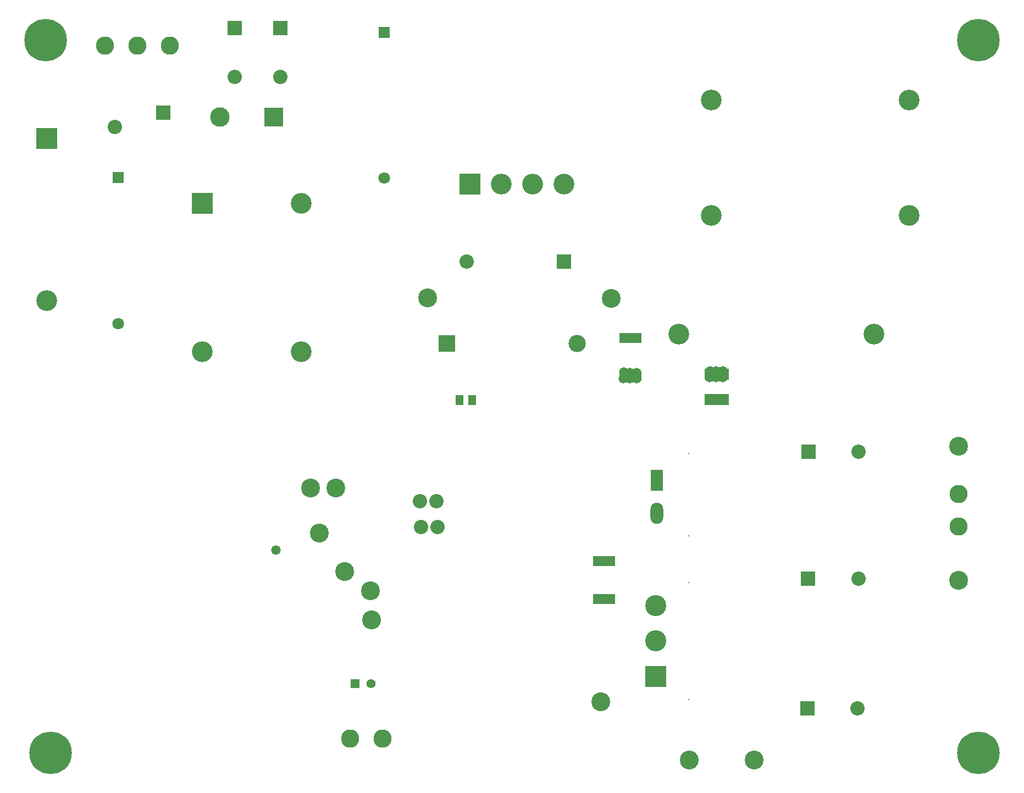
<source format=gts>
G04 Layer_Color=8388736*
%FSLAX24Y24*%
%MOIN*%
G70*
G01*
G75*
%ADD95R,0.1379X0.0612*%
%ADD96R,0.0474X0.0631*%
%ADD97R,0.1458X0.0710*%
%ADD98C,0.2580*%
%ADD99R,0.1045X0.1045*%
%ADD100C,0.1045*%
%ADD101R,0.1261X0.1261*%
%ADD102C,0.1261*%
%ADD103C,0.1143*%
%ADD104C,0.0867*%
%ADD105R,0.0867X0.0867*%
%ADD106C,0.1182*%
%ADD107R,0.1182X0.1182*%
%ADD108C,0.1277*%
%ADD109R,0.1277X0.1277*%
%ADD110C,0.0080*%
%ADD111R,0.0777X0.1280*%
%ADD112O,0.0777X0.1280*%
%ADD113C,0.1104*%
%ADD114R,0.0552X0.0552*%
%ADD115C,0.0552*%
%ADD116R,0.0867X0.0867*%
%ADD117R,0.0710X0.0710*%
%ADD118C,0.0710*%
%ADD119R,0.1261X0.1261*%
%ADD120C,0.0580*%
D95*
X67700Y58761D02*
D03*
Y56458D02*
D03*
X66104Y42939D02*
D03*
Y45243D02*
D03*
D96*
X58080Y55011D02*
D03*
X57332D02*
D03*
D97*
X72930Y55016D02*
D03*
Y56551D02*
D03*
D98*
X32531Y33600D02*
D03*
X88800D02*
D03*
X32232Y76822D02*
D03*
X88800Y76822D02*
D03*
D99*
X56575Y58425D02*
D03*
D100*
X64449D02*
D03*
D101*
X41732Y66929D02*
D03*
X32283Y70866D02*
D03*
D102*
X47732Y66929D02*
D03*
Y57929D02*
D03*
X41732D02*
D03*
X70642Y58993D02*
D03*
X82453D02*
D03*
X32283Y61024D02*
D03*
X63677Y68110D02*
D03*
X59874D02*
D03*
X61776D02*
D03*
X72591Y73190D02*
D03*
X84591D02*
D03*
Y66182D02*
D03*
X72591D02*
D03*
D103*
X49831Y49674D02*
D03*
X87609Y52204D02*
D03*
X48308Y49674D02*
D03*
X71260Y33169D02*
D03*
X75197D02*
D03*
X65901Y36709D02*
D03*
X50351Y44582D02*
D03*
X51937Y43432D02*
D03*
X51988Y41652D02*
D03*
X66534Y61161D02*
D03*
X55412Y61211D02*
D03*
X87609Y44075D02*
D03*
X48840Y46946D02*
D03*
D104*
X36417Y71575D02*
D03*
X55980Y47293D02*
D03*
X54980D02*
D03*
X55944Y48856D02*
D03*
X54944D02*
D03*
X81473Y36287D02*
D03*
X81520Y44162D02*
D03*
X81544Y51872D02*
D03*
X46457Y74606D02*
D03*
X43701D02*
D03*
X57756Y63386D02*
D03*
D105*
X39370Y72441D02*
D03*
X78422Y36287D02*
D03*
X78469Y44162D02*
D03*
X78492Y51872D02*
D03*
X63661Y63386D02*
D03*
D106*
X42783Y72157D02*
D03*
D107*
X46063D02*
D03*
D108*
X69223Y42521D02*
D03*
Y40383D02*
D03*
D109*
Y38245D02*
D03*
D110*
X71221Y51777D02*
D03*
Y46777D02*
D03*
Y43942D02*
D03*
Y36816D02*
D03*
D111*
X69300Y50130D02*
D03*
D112*
Y48130D02*
D03*
D113*
X87589Y49285D02*
D03*
Y47316D02*
D03*
X52657Y34449D02*
D03*
X50689D02*
D03*
X39764Y76487D02*
D03*
X37795D02*
D03*
X35827D02*
D03*
D114*
X50984Y37795D02*
D03*
D115*
X51968D02*
D03*
D116*
X46457Y77559D02*
D03*
X43701D02*
D03*
D117*
X36614Y68504D02*
D03*
X52756Y77309D02*
D03*
D118*
X36614Y59646D02*
D03*
X52756Y68451D02*
D03*
D119*
X57972Y68110D02*
D03*
D120*
X46206Y45882D02*
D03*
X68079Y56285D02*
D03*
Y56660D02*
D03*
X67659Y56285D02*
D03*
X67278D02*
D03*
X67659Y56680D02*
D03*
X67283Y56685D02*
D03*
X72514Y56778D02*
D03*
X72890Y56774D02*
D03*
X72509Y56379D02*
D03*
X72890D02*
D03*
X73310Y56753D02*
D03*
Y56379D02*
D03*
M02*

</source>
